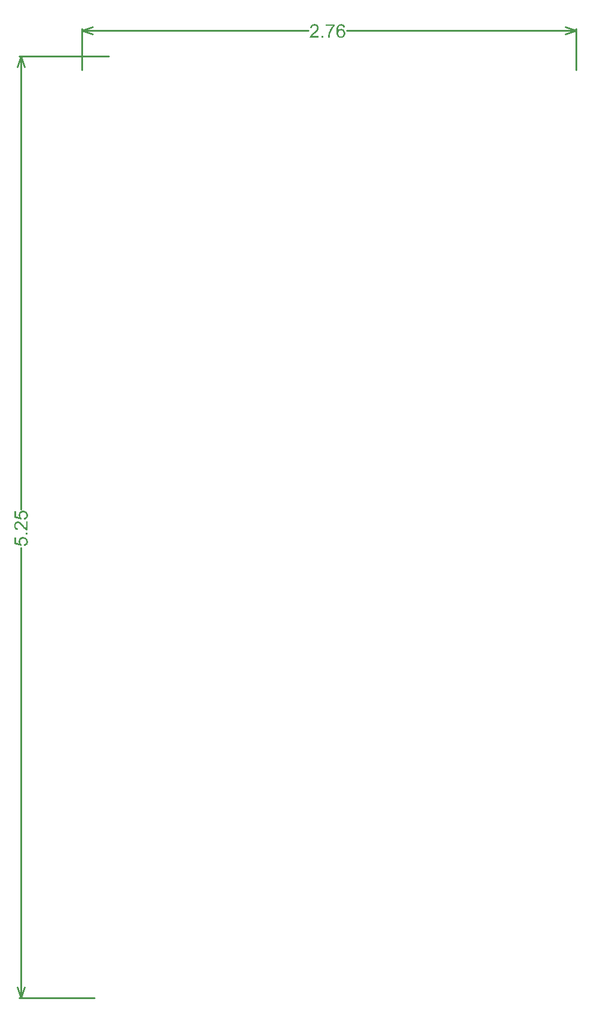
<source format=gbr>
%TF.GenerationSoftware,Altium Limited,Altium Designer,19.1.6 (110)*%
G04 Layer_Color=8388736*
%FSLAX26Y26*%
%MOIN*%
%TF.FileFunction,Other,M2-Board_Dimensions*%
%TF.Part,Single*%
G01*
G75*
%TA.AperFunction,NonConductor*%
%ADD56C,0.010000*%
G36*
X-1795288Y513532D02*
X-1794389Y513420D01*
X-1793378Y513307D01*
X-1792141Y513195D01*
X-1790905Y512858D01*
X-1788095Y512183D01*
X-1785172Y511059D01*
X-1783599Y510385D01*
X-1782138Y509598D01*
X-1780676Y508699D01*
X-1779215Y507575D01*
X-1779103Y507463D01*
X-1778878Y507238D01*
X-1778428Y506788D01*
X-1777754Y506226D01*
X-1777080Y505552D01*
X-1776293Y504653D01*
X-1775506Y503641D01*
X-1774719Y502405D01*
X-1773820Y501056D01*
X-1773033Y499595D01*
X-1772246Y497909D01*
X-1771572Y496223D01*
X-1771010Y494312D01*
X-1770560Y492289D01*
X-1770223Y490041D01*
X-1770111Y487793D01*
Y486781D01*
X-1770223Y486107D01*
X-1770336Y485207D01*
X-1770448Y484196D01*
X-1770560Y483072D01*
X-1770785Y481835D01*
X-1771460Y479138D01*
X-1772584Y476328D01*
X-1773146Y474867D01*
X-1773932Y473518D01*
X-1774832Y472169D01*
X-1775843Y470933D01*
X-1775956Y470820D01*
X-1776068Y470708D01*
X-1776405Y470371D01*
X-1776855Y469921D01*
X-1777417Y469359D01*
X-1778204Y468797D01*
X-1778990Y468235D01*
X-1779890Y467561D01*
X-1781014Y466886D01*
X-1782138Y466212D01*
X-1784723Y465088D01*
X-1787758Y464076D01*
X-1789444Y463739D01*
X-1791242Y463514D01*
X-1791916Y473293D01*
X-1791804D01*
X-1791579D01*
X-1791242Y473405D01*
X-1790792Y473518D01*
X-1789444Y473855D01*
X-1787982Y474305D01*
X-1786184Y474979D01*
X-1784386Y475766D01*
X-1782700Y476890D01*
X-1781238Y478239D01*
X-1781126Y478463D01*
X-1780676Y478913D01*
X-1780114Y479812D01*
X-1779552Y480936D01*
X-1778878Y482285D01*
X-1778316Y483971D01*
X-1777866Y485769D01*
X-1777754Y487793D01*
Y488467D01*
X-1777866Y488917D01*
X-1777979Y490153D01*
X-1778428Y491727D01*
X-1778990Y493525D01*
X-1779890Y495436D01*
X-1781126Y497347D01*
X-1781913Y498246D01*
X-1782812Y499145D01*
X-1782924D01*
X-1783037Y499370D01*
X-1783374Y499595D01*
X-1783711Y499819D01*
X-1784835Y500606D01*
X-1786409Y501505D01*
X-1788320Y502292D01*
X-1790568Y503079D01*
X-1793265Y503529D01*
X-1796188Y503753D01*
X-1796300D01*
X-1796525D01*
X-1796974D01*
X-1797536Y503641D01*
X-1798211D01*
X-1798998Y503529D01*
X-1800796Y503191D01*
X-1802819Y502629D01*
X-1804842Y501843D01*
X-1806866Y500719D01*
X-1808776Y499257D01*
X-1809001Y499033D01*
X-1809451Y498471D01*
X-1810238Y497459D01*
X-1811137Y496110D01*
X-1811924Y494537D01*
X-1812710Y492513D01*
X-1813160Y490153D01*
X-1813385Y487568D01*
Y486781D01*
X-1813272Y485994D01*
X-1813160Y484870D01*
X-1812823Y483634D01*
X-1812486Y482285D01*
X-1811924Y480824D01*
X-1811249Y479475D01*
X-1811137Y479363D01*
X-1810912Y478913D01*
X-1810350Y478239D01*
X-1809788Y477452D01*
X-1809001Y476553D01*
X-1808102Y475653D01*
X-1806978Y474754D01*
X-1805854Y473967D01*
X-1807090Y465200D01*
X-1845981Y472506D01*
Y510048D01*
X-1837101D01*
Y479925D01*
X-1816757Y475878D01*
X-1816869Y475991D01*
X-1816982Y476215D01*
X-1817206Y476553D01*
X-1817544Y477002D01*
X-1817881Y477677D01*
X-1818330Y478351D01*
X-1819230Y480149D01*
X-1820016Y482285D01*
X-1820803Y484758D01*
X-1821365Y487343D01*
X-1821590Y488692D01*
Y491052D01*
X-1821478Y491727D01*
X-1821365Y492513D01*
X-1821253Y493525D01*
X-1821028Y494649D01*
X-1820691Y495885D01*
X-1819904Y498471D01*
X-1819342Y499819D01*
X-1818668Y501281D01*
X-1817881Y502742D01*
X-1816869Y504091D01*
X-1815858Y505439D01*
X-1814621Y506788D01*
X-1814509Y506901D01*
X-1814284Y507125D01*
X-1813947Y507463D01*
X-1813385Y507912D01*
X-1812710Y508362D01*
X-1811924Y508924D01*
X-1810912Y509598D01*
X-1809900Y510273D01*
X-1808664Y510835D01*
X-1807315Y511509D01*
X-1805854Y512071D01*
X-1804280Y512633D01*
X-1802594Y512970D01*
X-1800796Y513307D01*
X-1798998Y513532D01*
X-1796974Y513645D01*
X-1796862D01*
X-1796525D01*
X-1795963D01*
X-1795288Y513532D01*
D02*
G37*
G36*
X-1771347Y403493D02*
X-1771460D01*
X-1771909D01*
X-1772584D01*
X-1773370Y403605D01*
X-1774382Y403717D01*
X-1775394Y403830D01*
X-1776630Y404167D01*
X-1777754Y404504D01*
X-1777866D01*
X-1777979Y404617D01*
X-1778653Y404841D01*
X-1779665Y405291D01*
X-1780901Y405965D01*
X-1782475Y406865D01*
X-1784161Y407876D01*
X-1785959Y409113D01*
X-1787758Y410574D01*
X-1787870D01*
X-1787982Y410799D01*
X-1788657Y411361D01*
X-1789668Y412372D01*
X-1791017Y413721D01*
X-1792703Y415407D01*
X-1794726Y417543D01*
X-1796862Y420015D01*
X-1799222Y422825D01*
X-1799335Y422938D01*
X-1799672Y423387D01*
X-1800234Y423949D01*
X-1800908Y424849D01*
X-1801695Y425860D01*
X-1802707Y426984D01*
X-1805067Y429457D01*
X-1807540Y432267D01*
X-1810238Y434965D01*
X-1811586Y436313D01*
X-1812823Y437437D01*
X-1814059Y438561D01*
X-1815183Y439461D01*
X-1815296D01*
X-1815408Y439685D01*
X-1815745Y439910D01*
X-1816195Y440135D01*
X-1817319Y440809D01*
X-1818780Y441709D01*
X-1820578Y442495D01*
X-1822489Y443170D01*
X-1824400Y443619D01*
X-1826423Y443844D01*
X-1826536D01*
X-1826648D01*
X-1827322Y443732D01*
X-1828334Y443619D01*
X-1829683Y443395D01*
X-1831144Y442833D01*
X-1832718Y442158D01*
X-1834291Y441147D01*
X-1835752Y439798D01*
X-1835865Y439573D01*
X-1836314Y439123D01*
X-1836989Y438224D01*
X-1837663Y437100D01*
X-1838338Y435527D01*
X-1839012Y433841D01*
X-1839462Y431817D01*
X-1839574Y429569D01*
Y428895D01*
X-1839462Y428445D01*
X-1839349Y427209D01*
X-1839012Y425748D01*
X-1838562Y423949D01*
X-1837776Y422151D01*
X-1836764Y420353D01*
X-1835415Y418779D01*
X-1835190Y418667D01*
X-1834628Y418217D01*
X-1833729Y417543D01*
X-1832493Y416868D01*
X-1830919Y416081D01*
X-1829008Y415519D01*
X-1826760Y415070D01*
X-1824288Y414845D01*
X-1825299Y405291D01*
X-1825412D01*
X-1825749D01*
X-1826311Y405403D01*
X-1827098Y405516D01*
X-1827997Y405741D01*
X-1829008Y405965D01*
X-1831369Y406527D01*
X-1833954Y407427D01*
X-1836652Y408775D01*
X-1838000Y409562D01*
X-1839237Y410461D01*
X-1840473Y411473D01*
X-1841597Y412597D01*
X-1841710Y412709D01*
X-1841822Y412934D01*
X-1842159Y413271D01*
X-1842496Y413721D01*
X-1842946Y414395D01*
X-1843396Y415182D01*
X-1843845Y416081D01*
X-1844407Y417205D01*
X-1844969Y418329D01*
X-1845419Y419566D01*
X-1845868Y421027D01*
X-1846318Y422601D01*
X-1846655Y424174D01*
X-1846992Y425973D01*
X-1847105Y427771D01*
X-1847217Y429794D01*
Y430806D01*
X-1847105Y431593D01*
X-1846992Y432492D01*
X-1846880Y433616D01*
X-1846768Y434740D01*
X-1846430Y436089D01*
X-1845756Y438786D01*
X-1844632Y441709D01*
X-1843958Y443057D01*
X-1843171Y444406D01*
X-1842272Y445755D01*
X-1841148Y446991D01*
X-1841035Y447104D01*
X-1840923Y447216D01*
X-1840586Y447553D01*
X-1840024Y448003D01*
X-1839462Y448453D01*
X-1838787Y449015D01*
X-1837888Y449577D01*
X-1836989Y450251D01*
X-1834853Y451375D01*
X-1832268Y452387D01*
X-1830919Y452836D01*
X-1829346Y453173D01*
X-1827884Y453286D01*
X-1826198Y453398D01*
X-1825974D01*
X-1825412D01*
X-1824512Y453286D01*
X-1823388Y453173D01*
X-1821927Y452949D01*
X-1820466Y452611D01*
X-1818892Y452162D01*
X-1817206Y451487D01*
X-1816982Y451375D01*
X-1816420Y451150D01*
X-1815633Y450701D01*
X-1814509Y450026D01*
X-1813048Y449127D01*
X-1811474Y448115D01*
X-1809788Y446767D01*
X-1807990Y445305D01*
X-1807765Y445081D01*
X-1807090Y444519D01*
X-1806641Y444069D01*
X-1805966Y443395D01*
X-1805292Y442720D01*
X-1804505Y441933D01*
X-1803606Y441034D01*
X-1802594Y439910D01*
X-1801583Y438786D01*
X-1800346Y437437D01*
X-1799110Y436089D01*
X-1797761Y434515D01*
X-1796300Y432829D01*
X-1794726Y431031D01*
X-1794614Y430918D01*
X-1794389Y430693D01*
X-1794052Y430244D01*
X-1793602Y429682D01*
X-1792366Y428333D01*
X-1790905Y426535D01*
X-1789331Y424736D01*
X-1787758Y423050D01*
X-1786296Y421477D01*
X-1785734Y420915D01*
X-1785172Y420353D01*
X-1785060Y420240D01*
X-1784723Y420015D01*
X-1784273Y419566D01*
X-1783599Y419004D01*
X-1782924Y418329D01*
X-1782025Y417655D01*
X-1780227Y416419D01*
Y453511D01*
X-1771347D01*
Y403493D01*
D02*
G37*
G36*
Y380563D02*
X-1781913D01*
Y391129D01*
X-1771347D01*
Y380563D01*
D02*
G37*
G36*
X-1795288Y366625D02*
X-1794389Y366513D01*
X-1793378Y366401D01*
X-1792141Y366288D01*
X-1790905Y365951D01*
X-1788095Y365277D01*
X-1785172Y364153D01*
X-1783599Y363478D01*
X-1782138Y362691D01*
X-1780676Y361792D01*
X-1779215Y360668D01*
X-1779103Y360556D01*
X-1778878Y360331D01*
X-1778428Y359881D01*
X-1777754Y359319D01*
X-1777080Y358645D01*
X-1776293Y357746D01*
X-1775506Y356734D01*
X-1774719Y355498D01*
X-1773820Y354149D01*
X-1773033Y352688D01*
X-1772246Y351002D01*
X-1771572Y349316D01*
X-1771010Y347405D01*
X-1770560Y345382D01*
X-1770223Y343134D01*
X-1770111Y340886D01*
Y339874D01*
X-1770223Y339200D01*
X-1770336Y338301D01*
X-1770448Y337289D01*
X-1770560Y336165D01*
X-1770785Y334929D01*
X-1771460Y332231D01*
X-1772584Y329421D01*
X-1773146Y327960D01*
X-1773932Y326611D01*
X-1774832Y325262D01*
X-1775843Y324026D01*
X-1775956Y323913D01*
X-1776068Y323801D01*
X-1776405Y323464D01*
X-1776855Y323014D01*
X-1777417Y322452D01*
X-1778204Y321890D01*
X-1778990Y321328D01*
X-1779890Y320654D01*
X-1781014Y319979D01*
X-1782138Y319305D01*
X-1784723Y318181D01*
X-1787758Y317169D01*
X-1789444Y316832D01*
X-1791242Y316607D01*
X-1791916Y326386D01*
X-1791804D01*
X-1791579D01*
X-1791242Y326499D01*
X-1790792Y326611D01*
X-1789444Y326948D01*
X-1787982Y327398D01*
X-1786184Y328072D01*
X-1784386Y328859D01*
X-1782700Y329983D01*
X-1781238Y331332D01*
X-1781126Y331557D01*
X-1780676Y332006D01*
X-1780114Y332905D01*
X-1779552Y334029D01*
X-1778878Y335378D01*
X-1778316Y337064D01*
X-1777866Y338863D01*
X-1777754Y340886D01*
Y341560D01*
X-1777866Y342010D01*
X-1777979Y343246D01*
X-1778428Y344820D01*
X-1778990Y346618D01*
X-1779890Y348529D01*
X-1781126Y350440D01*
X-1781913Y351339D01*
X-1782812Y352238D01*
X-1782924D01*
X-1783037Y352463D01*
X-1783374Y352688D01*
X-1783711Y352913D01*
X-1784835Y353699D01*
X-1786409Y354599D01*
X-1788320Y355385D01*
X-1790568Y356172D01*
X-1793265Y356622D01*
X-1796188Y356847D01*
X-1796300D01*
X-1796525D01*
X-1796974D01*
X-1797536Y356734D01*
X-1798211D01*
X-1798998Y356622D01*
X-1800796Y356285D01*
X-1802819Y355723D01*
X-1804842Y354936D01*
X-1806866Y353812D01*
X-1808776Y352351D01*
X-1809001Y352126D01*
X-1809451Y351564D01*
X-1810238Y350552D01*
X-1811137Y349203D01*
X-1811924Y347630D01*
X-1812710Y345607D01*
X-1813160Y343246D01*
X-1813385Y340661D01*
Y339874D01*
X-1813272Y339087D01*
X-1813160Y337963D01*
X-1812823Y336727D01*
X-1812486Y335378D01*
X-1811924Y333917D01*
X-1811249Y332568D01*
X-1811137Y332456D01*
X-1810912Y332006D01*
X-1810350Y331332D01*
X-1809788Y330545D01*
X-1809001Y329646D01*
X-1808102Y328747D01*
X-1806978Y327847D01*
X-1805854Y327061D01*
X-1807090Y318293D01*
X-1845981Y325599D01*
Y363141D01*
X-1837101D01*
Y333018D01*
X-1816757Y328971D01*
X-1816869Y329084D01*
X-1816982Y329309D01*
X-1817206Y329646D01*
X-1817544Y330095D01*
X-1817881Y330770D01*
X-1818330Y331444D01*
X-1819230Y333243D01*
X-1820016Y335378D01*
X-1820803Y337851D01*
X-1821365Y340436D01*
X-1821590Y341785D01*
Y344145D01*
X-1821478Y344820D01*
X-1821365Y345607D01*
X-1821253Y346618D01*
X-1821028Y347742D01*
X-1820691Y348979D01*
X-1819904Y351564D01*
X-1819342Y352913D01*
X-1818668Y354374D01*
X-1817881Y355835D01*
X-1816869Y357184D01*
X-1815858Y358533D01*
X-1814621Y359881D01*
X-1814509Y359994D01*
X-1814284Y360219D01*
X-1813947Y360556D01*
X-1813385Y361005D01*
X-1812710Y361455D01*
X-1811924Y362017D01*
X-1810912Y362691D01*
X-1809900Y363366D01*
X-1808664Y363928D01*
X-1807315Y364602D01*
X-1805854Y365164D01*
X-1804280Y365726D01*
X-1802594Y366063D01*
X-1800796Y366401D01*
X-1798998Y366625D01*
X-1796974Y366738D01*
X-1796862D01*
X-1796525D01*
X-1795963D01*
X-1795288Y366625D01*
D02*
G37*
G36*
X-21310Y3226105D02*
X-20523D01*
X-19624Y3225992D01*
X-17601Y3225543D01*
X-15240Y3224981D01*
X-12768Y3224082D01*
X-10407Y3222845D01*
X-9283Y3222058D01*
X-8159Y3221159D01*
X-8047D01*
X-7934Y3220934D01*
X-7597Y3220597D01*
X-7260Y3220260D01*
X-6248Y3219136D01*
X-5124Y3217562D01*
X-3888Y3215539D01*
X-2764Y3213179D01*
X-1865Y3210481D01*
X-1190Y3207334D01*
X-10407Y3206660D01*
Y3206772D01*
X-10520Y3206884D01*
X-10632Y3207559D01*
X-10969Y3208458D01*
X-11306Y3209694D01*
X-11868Y3210931D01*
X-12543Y3212280D01*
X-13217Y3213516D01*
X-14004Y3214528D01*
X-14229Y3214752D01*
X-14678Y3215202D01*
X-15465Y3215764D01*
X-16589Y3216551D01*
X-17938Y3217338D01*
X-19512Y3217900D01*
X-21310Y3218349D01*
X-23333Y3218574D01*
X-24120D01*
X-24907Y3218462D01*
X-26031Y3218237D01*
X-27267Y3218012D01*
X-28504Y3217562D01*
X-29852Y3216888D01*
X-31201Y3216101D01*
X-31426Y3215989D01*
X-31876Y3215539D01*
X-32775Y3214752D01*
X-33674Y3213741D01*
X-34798Y3212392D01*
X-36034Y3210706D01*
X-37158Y3208795D01*
X-38170Y3206660D01*
Y3206547D01*
X-38282Y3206435D01*
X-38395Y3205985D01*
X-38620Y3205536D01*
X-38732Y3204861D01*
X-38957Y3204187D01*
X-39182Y3203288D01*
X-39406Y3202164D01*
X-39744Y3201040D01*
X-39968Y3199691D01*
X-40193Y3198342D01*
X-40306Y3196768D01*
X-40530Y3195082D01*
X-40643Y3193284D01*
X-40755Y3191261D01*
Y3189350D01*
X-40643Y3189462D01*
X-40193Y3190024D01*
X-39519Y3190924D01*
X-38507Y3192048D01*
X-37383Y3193284D01*
X-35922Y3194520D01*
X-34348Y3195757D01*
X-32662Y3196768D01*
X-32550D01*
X-32438Y3196881D01*
X-31763Y3197218D01*
X-30864Y3197555D01*
X-29515Y3198117D01*
X-27942Y3198567D01*
X-26256Y3198904D01*
X-24345Y3199241D01*
X-22434Y3199354D01*
X-21535D01*
X-20860Y3199241D01*
X-20074Y3199129D01*
X-19174Y3199016D01*
X-16926Y3198454D01*
X-14454Y3197668D01*
X-13105Y3197106D01*
X-11756Y3196431D01*
X-10520Y3195644D01*
X-9171Y3194745D01*
X-7822Y3193734D01*
X-6586Y3192497D01*
X-6473Y3192385D01*
X-6248Y3192160D01*
X-6024Y3191823D01*
X-5574Y3191261D01*
X-5012Y3190586D01*
X-4450Y3189800D01*
X-3888Y3188788D01*
X-3214Y3187776D01*
X-2652Y3186540D01*
X-2090Y3185191D01*
X-1528Y3183730D01*
X-966Y3182156D01*
X-516Y3180470D01*
X-291Y3178672D01*
X-66Y3176874D01*
X46Y3174850D01*
Y3174738D01*
Y3174513D01*
Y3174176D01*
Y3173614D01*
X-66Y3173052D01*
Y3172265D01*
X-291Y3170579D01*
X-741Y3168556D01*
X-1303Y3166308D01*
X-2090Y3163948D01*
X-3101Y3161587D01*
Y3161475D01*
X-3214Y3161362D01*
X-3438Y3161025D01*
X-3663Y3160576D01*
X-4338Y3159452D01*
X-5237Y3158103D01*
X-6473Y3156642D01*
X-7934Y3155068D01*
X-9620Y3153607D01*
X-11531Y3152258D01*
X-11644D01*
X-11756Y3152146D01*
X-12093Y3151921D01*
X-12430Y3151808D01*
X-13554Y3151246D01*
X-15016Y3150684D01*
X-16814Y3150122D01*
X-18950Y3149560D01*
X-21198Y3149223D01*
X-23670Y3149111D01*
X-24232D01*
X-24794Y3149223D01*
X-25581D01*
X-26593Y3149336D01*
X-27717Y3149560D01*
X-29066Y3149785D01*
X-30414Y3150122D01*
X-31876Y3150572D01*
X-33449Y3151134D01*
X-35023Y3151808D01*
X-36596Y3152708D01*
X-38170Y3153607D01*
X-39744Y3154731D01*
X-41205Y3156080D01*
X-42666Y3157541D01*
X-42778Y3157653D01*
X-43003Y3157990D01*
X-43340Y3158440D01*
X-43790Y3159227D01*
X-44352Y3160126D01*
X-45026Y3161250D01*
X-45588Y3162711D01*
X-46263Y3164285D01*
X-47050Y3166083D01*
X-47612Y3168106D01*
X-48286Y3170467D01*
X-48848Y3173052D01*
X-49298Y3175750D01*
X-49635Y3178784D01*
X-49860Y3182156D01*
X-49972Y3185641D01*
Y3185753D01*
Y3185866D01*
Y3186203D01*
Y3186652D01*
X-49860Y3187776D01*
Y3189238D01*
X-49747Y3191036D01*
X-49522Y3193059D01*
X-49298Y3195420D01*
X-48960Y3197892D01*
X-48511Y3200478D01*
X-47949Y3203063D01*
X-47387Y3205760D01*
X-46600Y3208346D01*
X-45588Y3210931D01*
X-44577Y3213291D01*
X-43340Y3215539D01*
X-41879Y3217562D01*
X-41767Y3217675D01*
X-41542Y3217900D01*
X-41092Y3218349D01*
X-40530Y3218911D01*
X-39856Y3219586D01*
X-38957Y3220260D01*
X-37945Y3221047D01*
X-36821Y3221946D01*
X-35585Y3222733D01*
X-34124Y3223520D01*
X-32550Y3224194D01*
X-30864Y3224868D01*
X-28953Y3225430D01*
X-27042Y3225880D01*
X-25019Y3226105D01*
X-22771Y3226217D01*
X-21872D01*
X-21310Y3226105D01*
D02*
G37*
G36*
X-58739Y3217787D02*
X-58852Y3217675D01*
X-59076Y3217450D01*
X-59414Y3217000D01*
X-59976Y3216326D01*
X-60650Y3215652D01*
X-61437Y3214640D01*
X-62336Y3213516D01*
X-63235Y3212280D01*
X-64359Y3210931D01*
X-65483Y3209357D01*
X-66607Y3207671D01*
X-67844Y3205873D01*
X-69192Y3203850D01*
X-70429Y3201826D01*
X-71778Y3199578D01*
X-73126Y3197218D01*
X-73239Y3197106D01*
X-73464Y3196656D01*
X-73801Y3195982D01*
X-74250Y3195082D01*
X-74925Y3193846D01*
X-75599Y3192497D01*
X-76386Y3190924D01*
X-77173Y3189238D01*
X-78072Y3187327D01*
X-78971Y3185304D01*
X-79870Y3183168D01*
X-80770Y3180808D01*
X-82568Y3176087D01*
X-84142Y3171141D01*
Y3171029D01*
X-84254Y3170692D01*
X-84366Y3170242D01*
X-84591Y3169455D01*
X-84816Y3168556D01*
X-85041Y3167544D01*
X-85378Y3166308D01*
X-85603Y3164959D01*
X-85940Y3163498D01*
X-86277Y3161924D01*
X-86839Y3158328D01*
X-87289Y3154506D01*
X-87626Y3150347D01*
X-97180D01*
Y3150460D01*
Y3150797D01*
Y3151246D01*
X-97068Y3151921D01*
Y3152820D01*
X-96955Y3153832D01*
X-96843Y3155068D01*
X-96730Y3156417D01*
X-96506Y3157878D01*
X-96281Y3159452D01*
X-95944Y3161250D01*
X-95606Y3163161D01*
X-95269Y3165184D01*
X-94820Y3167320D01*
X-93696Y3171816D01*
Y3171928D01*
X-93583Y3172378D01*
X-93358Y3173052D01*
X-93021Y3173951D01*
X-92684Y3175075D01*
X-92347Y3176424D01*
X-91785Y3177998D01*
X-91223Y3179684D01*
X-90548Y3181482D01*
X-89874Y3183393D01*
X-88188Y3187439D01*
X-86277Y3191823D01*
X-84142Y3196206D01*
X-84029Y3196319D01*
X-83804Y3196768D01*
X-83467Y3197330D01*
X-83018Y3198230D01*
X-82456Y3199241D01*
X-81781Y3200365D01*
X-80994Y3201714D01*
X-80095Y3203175D01*
X-78072Y3206210D01*
X-75824Y3209582D01*
X-73239Y3212954D01*
X-70654Y3216101D01*
X-107746D01*
Y3224981D01*
X-58739D01*
Y3217787D01*
D02*
G37*
G36*
X-121908Y3150347D02*
X-132474D01*
Y3160913D01*
X-121908D01*
Y3150347D01*
D02*
G37*
G36*
X-169566Y3226105D02*
X-168666Y3225992D01*
X-167542Y3225880D01*
X-166418Y3225768D01*
X-165070Y3225430D01*
X-162372Y3224756D01*
X-159450Y3223632D01*
X-158101Y3222958D01*
X-156752Y3222171D01*
X-155403Y3221272D01*
X-154167Y3220148D01*
X-154054Y3220035D01*
X-153942Y3219923D01*
X-153605Y3219586D01*
X-153155Y3219024D01*
X-152706Y3218462D01*
X-152144Y3217787D01*
X-151582Y3216888D01*
X-150907Y3215989D01*
X-149783Y3213853D01*
X-148772Y3211268D01*
X-148322Y3209919D01*
X-147985Y3208346D01*
X-147872Y3206884D01*
X-147760Y3205198D01*
Y3204974D01*
Y3204412D01*
X-147872Y3203512D01*
X-147985Y3202388D01*
X-148210Y3200927D01*
X-148547Y3199466D01*
X-148996Y3197892D01*
X-149671Y3196206D01*
X-149783Y3195982D01*
X-150008Y3195420D01*
X-150458Y3194633D01*
X-151132Y3193509D01*
X-152031Y3192048D01*
X-153043Y3190474D01*
X-154392Y3188788D01*
X-155853Y3186990D01*
X-156078Y3186765D01*
X-156640Y3186090D01*
X-157089Y3185641D01*
X-157764Y3184966D01*
X-158438Y3184292D01*
X-159225Y3183505D01*
X-160124Y3182606D01*
X-161248Y3181594D01*
X-162372Y3180583D01*
X-163721Y3179346D01*
X-165070Y3178110D01*
X-166643Y3176761D01*
X-168329Y3175300D01*
X-170128Y3173726D01*
X-170240Y3173614D01*
X-170465Y3173389D01*
X-170914Y3173052D01*
X-171476Y3172602D01*
X-172825Y3171366D01*
X-174624Y3169905D01*
X-176422Y3168331D01*
X-178108Y3166758D01*
X-179682Y3165296D01*
X-180244Y3164734D01*
X-180806Y3164172D01*
X-180918Y3164060D01*
X-181143Y3163723D01*
X-181592Y3163273D01*
X-182154Y3162599D01*
X-182829Y3161924D01*
X-183503Y3161025D01*
X-184740Y3159227D01*
X-147648D01*
Y3150347D01*
X-197666D01*
Y3150460D01*
Y3150909D01*
Y3151584D01*
X-197553Y3152370D01*
X-197441Y3153382D01*
X-197328Y3154394D01*
X-196991Y3155630D01*
X-196654Y3156754D01*
Y3156866D01*
X-196542Y3156979D01*
X-196317Y3157653D01*
X-195867Y3158665D01*
X-195193Y3159901D01*
X-194294Y3161475D01*
X-193282Y3163161D01*
X-192046Y3164959D01*
X-190584Y3166758D01*
Y3166870D01*
X-190360Y3166982D01*
X-189798Y3167657D01*
X-188786Y3168668D01*
X-187437Y3170017D01*
X-185751Y3171703D01*
X-183616Y3173726D01*
X-181143Y3175862D01*
X-178333Y3178222D01*
X-178220Y3178335D01*
X-177771Y3178672D01*
X-177209Y3179234D01*
X-176310Y3179908D01*
X-175298Y3180695D01*
X-174174Y3181707D01*
X-171701Y3184067D01*
X-168891Y3186540D01*
X-166194Y3189238D01*
X-164845Y3190586D01*
X-163721Y3191823D01*
X-162597Y3193059D01*
X-161698Y3194183D01*
Y3194296D01*
X-161473Y3194408D01*
X-161248Y3194745D01*
X-161023Y3195195D01*
X-160349Y3196319D01*
X-159450Y3197780D01*
X-158663Y3199578D01*
X-157988Y3201489D01*
X-157539Y3203400D01*
X-157314Y3205423D01*
Y3205536D01*
Y3205648D01*
X-157426Y3206322D01*
X-157539Y3207334D01*
X-157764Y3208683D01*
X-158326Y3210144D01*
X-159000Y3211718D01*
X-160012Y3213291D01*
X-161360Y3214752D01*
X-161585Y3214865D01*
X-162035Y3215314D01*
X-162934Y3215989D01*
X-164058Y3216663D01*
X-165632Y3217338D01*
X-167318Y3218012D01*
X-169341Y3218462D01*
X-171589Y3218574D01*
X-172263D01*
X-172713Y3218462D01*
X-173949Y3218349D01*
X-175410Y3218012D01*
X-177209Y3217562D01*
X-179007Y3216776D01*
X-180806Y3215764D01*
X-182379Y3214415D01*
X-182492Y3214190D01*
X-182941Y3213628D01*
X-183616Y3212729D01*
X-184290Y3211493D01*
X-185077Y3209919D01*
X-185639Y3208008D01*
X-186088Y3205760D01*
X-186313Y3203288D01*
X-195867Y3204299D01*
Y3204412D01*
Y3204749D01*
X-195755Y3205311D01*
X-195642Y3206098D01*
X-195418Y3206997D01*
X-195193Y3208008D01*
X-194631Y3210369D01*
X-193732Y3212954D01*
X-192383Y3215652D01*
X-191596Y3217000D01*
X-190697Y3218237D01*
X-189685Y3219473D01*
X-188561Y3220597D01*
X-188449Y3220710D01*
X-188224Y3220822D01*
X-187887Y3221159D01*
X-187437Y3221496D01*
X-186763Y3221946D01*
X-185976Y3222396D01*
X-185077Y3222845D01*
X-183953Y3223407D01*
X-182829Y3223969D01*
X-181592Y3224419D01*
X-180131Y3224868D01*
X-178558Y3225318D01*
X-176984Y3225655D01*
X-175186Y3225992D01*
X-173387Y3226105D01*
X-171364Y3226217D01*
X-170352D01*
X-169566Y3226105D01*
D02*
G37*
%LPC*%
G36*
X-24232Y3191148D02*
X-24794D01*
X-25244Y3191036D01*
X-26480Y3190924D01*
X-27942Y3190586D01*
X-29628Y3190024D01*
X-31426Y3189238D01*
X-33224Y3188114D01*
X-34910Y3186540D01*
X-35135Y3186315D01*
X-35585Y3185753D01*
X-36259Y3184742D01*
X-37046Y3183393D01*
X-37945Y3181707D01*
X-38620Y3179684D01*
X-39069Y3177436D01*
X-39294Y3174850D01*
Y3174626D01*
Y3174064D01*
X-39182Y3173052D01*
X-39069Y3171928D01*
X-38844Y3170467D01*
X-38395Y3168893D01*
X-37945Y3167320D01*
X-37271Y3165634D01*
X-37158Y3165409D01*
X-36934Y3164959D01*
X-36484Y3164172D01*
X-35810Y3163161D01*
X-35023Y3162037D01*
X-34011Y3161025D01*
X-32887Y3159901D01*
X-31651Y3159002D01*
X-31426Y3158890D01*
X-30976Y3158665D01*
X-30302Y3158328D01*
X-29290Y3157878D01*
X-28166Y3157428D01*
X-26818Y3157091D01*
X-25356Y3156866D01*
X-23895Y3156754D01*
X-23333D01*
X-22884Y3156866D01*
X-21760Y3156979D01*
X-20411Y3157316D01*
X-18837Y3157878D01*
X-17151Y3158777D01*
X-15353Y3159901D01*
X-13779Y3161475D01*
X-13554Y3161700D01*
X-13105Y3162374D01*
X-12430Y3163386D01*
X-11644Y3164847D01*
X-10857Y3166645D01*
X-10182Y3168893D01*
X-9733Y3171366D01*
X-9508Y3174288D01*
Y3174401D01*
Y3174626D01*
Y3175075D01*
X-9620Y3175525D01*
Y3176199D01*
X-9733Y3176986D01*
X-10070Y3178784D01*
X-10520Y3180695D01*
X-11306Y3182718D01*
X-12318Y3184742D01*
X-13667Y3186540D01*
X-13892Y3186765D01*
X-14454Y3187214D01*
X-15353Y3188001D01*
X-16589Y3188900D01*
X-18050Y3189687D01*
X-19849Y3190474D01*
X-21984Y3190924D01*
X-24232Y3191148D01*
D02*
G37*
%LPD*%
D56*
X-1829900Y-2142000D02*
X-1809900Y-2202000D01*
X-1789900Y-2142000D01*
X-1809900Y3048000D02*
X-1789900Y2988000D01*
X-1829900D02*
X-1809900Y3048000D01*
Y-2202000D02*
Y308733D01*
Y521519D02*
Y3048000D01*
X-1819900Y-2202000D02*
X-1400261D01*
X-1819900Y3048000D02*
X-1319000D01*
X-1469001Y3188900D02*
X-1409001Y3208900D01*
X-1469001Y3188900D02*
X-1409001Y3168900D01*
X1226905D02*
X1286905Y3188900D01*
X1226905Y3208900D02*
X1286905Y3188900D01*
X-1469001D02*
X-205540D01*
X7920D02*
X1286905D01*
X-1469001Y2968866D02*
Y3198900D01*
X1286905Y2968866D02*
Y3198900D01*
%TF.MD5,9ef8b431722e178573206f8593bb9265*%
M02*

</source>
